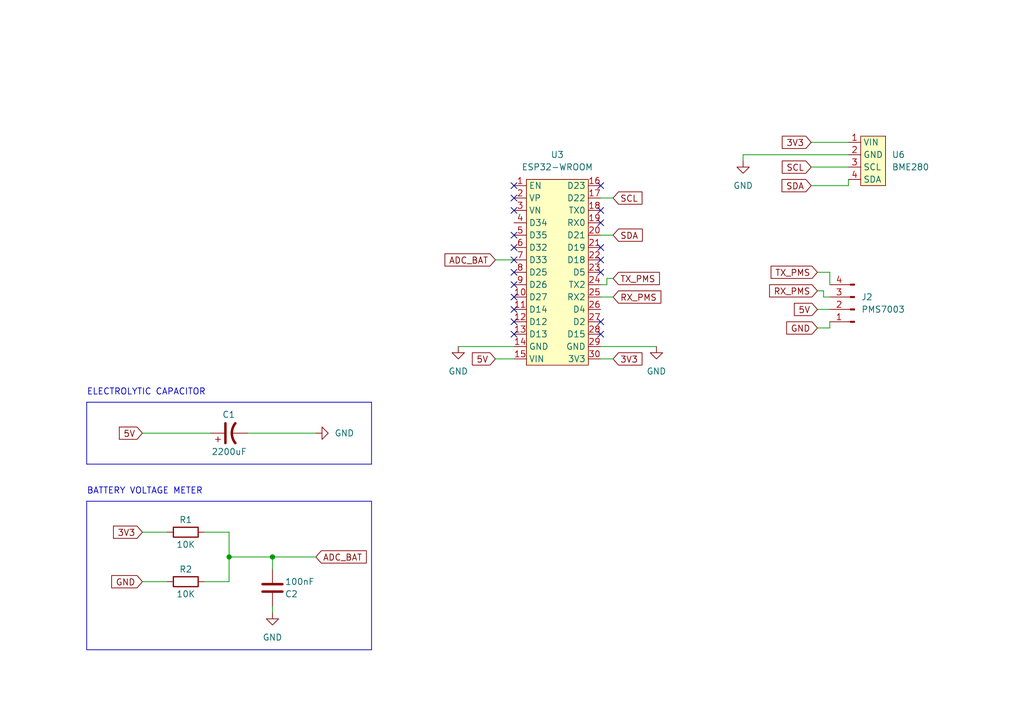
<source format=kicad_sch>
(kicad_sch (version 20230121) (generator eeschema)
  (paper "A5")
  (title_block (title "Meteo Station") (date "2022-01-24") (rev "1.0") (company "Author: alicja.space"))
  (lib_symbols
    (symbol "Connector:Conn_01x04_Pin" (pin_names (offset 1.016) hide)
      (property "Reference" "J" (at 0 5.08 0))
      (property "Value" "Conn_01x04_Pin" (at 0 -7.62 0))
      (symbol "Conn_01x04_Pin_1_1"
        (polyline (pts (xy 1.27 -5.08) (xy 0.8636 -5.08)) (stroke (width 0.1524)))
        (polyline (pts (xy 1.27 -2.54) (xy 0.8636 -2.54)) (stroke (width 0.1524)))
        (polyline (pts (xy 1.27 0) (xy 0.8636 0)) (stroke (width 0.1524)))
        (polyline (pts (xy 1.27 2.54) (xy 0.8636 2.54)) (stroke (width 0.1524)))
        (rectangle (start 0.8636 -4.953) (end 0 -5.207) (stroke (width 0.1524)) (fill (type outline)))
        (rectangle (start 0.8636 -2.413) (end 0 -2.667) (stroke (width 0.1524)) (fill (type outline)))
        (rectangle (start 0.8636 0.127) (end 0 -0.127) (stroke (width 0.1524)) (fill (type outline)))
        (rectangle (start 0.8636 2.667) (end 0 2.413) (stroke (width 0.1524)) (fill (type outline)))
        (pin passive line (at 5.08 2.54 180) (length 3.81) (name "Pin_1") (number "1"))
        (pin passive line (at 5.08 0 180) (length 3.81) (name "Pin_2") (number "2"))
        (pin passive line (at 5.08 -2.54 180) (length 3.81) (name "Pin_3") (number "3"))
        (pin passive line (at 5.08 -5.08 180) (length 3.81) (name "Pin_4") (number "4"))
      )
    )
    (symbol "Device:C" (pin_numbers hide) (pin_names (offset 0.254))
      (property "Reference" "C" (at 0.635 2.54 0))
      (property "Value" "C" (at 0.635 -2.54 0))
      (symbol "C_0_1"
        (polyline (pts (xy -2.032 -0.762) (xy 2.032 -0.762)) (stroke (width 0.508)))
        (polyline (pts (xy -2.032 0.762) (xy 2.032 0.762)) (stroke (width 0.508)))
      )
      (symbol "C_1_1"
        (pin passive line (at 0 3.81 270) (length 2.794) (name "~") (number "1"))
        (pin passive line (at 0 -3.81 90) (length 2.794) (name "~") (number "2"))
      )
    )
    (symbol "Device:C_Polarized_US" (pin_numbers hide) (pin_names (offset 0.254) hide)
      (property "Reference" "C" (at 0.635 2.54 0))
      (property "Value" "C_Polarized_US" (at 0.635 -2.54 0))
      (symbol "C_Polarized_US_0_1"
        (polyline (pts (xy -2.032 0.762) (xy 2.032 0.762)) (stroke (width 0.508)))
        (polyline (pts (xy -1.778 2.286) (xy -0.762 2.286)))
        (polyline (pts (xy -1.27 1.778) (xy -1.27 2.794)))
        (arc (start 2.032 -1.27) (mid 0 -0.5572) (end -2.032 -1.27) (stroke (width 0.508)))
      )
      (symbol "C_Polarized_US_1_1"
        (pin passive line (at 0 3.81 270) (length 2.794) (name "~") (number "1"))
        (pin passive line (at 0 -3.81 90) (length 3.302) (name "~") (number "2"))
      )
    )
    (symbol "Device:R" (pin_numbers hide) (pin_names (offset 0))
      (property "Reference" "R" (at 2.032 0 90))
      (property "Value" "R" (at 0 0 90))
      (symbol "R_0_1"
        (rectangle (start -1.016 -2.54) (end 1.016 2.54) (stroke (width 0.254)))
      )
      (symbol "R_1_1"
        (pin passive line (at 0 3.81 270) (length 1.27) (name "~") (number "1"))
        (pin passive line (at 0 -3.81 90) (length 1.27) (name "~") (number "2"))
      )
    )
    (symbol "meteo_station_symbols:BME280"
      (property "Reference" "U" (at 0 7.62 0))
      (property "Value" "BME280" (at 0 5.08 0))
      (symbol "BME280_0_1"
        (rectangle (start -2.54 2.54) (end 2.54 -7.62) (fill (type background)))
      )
      (symbol "BME280_1_1"
        (pin power_in line (at 5.08 1.27 180) (length 2.54) (name "VIN") (number "1"))
        (pin power_in line (at 5.08 -1.27 180) (length 2.54) (name "GND") (number "2"))
        (pin bidirectional line (at 5.08 -3.81 180) (length 2.54) (name "SCL") (number "3"))
        (pin bidirectional line (at 5.08 -6.35 180) (length 2.54) (name "SDA") (number "4"))
      )
    )
    (symbol "meteo_station_symbols:ESP32-WROOM"
      (property "Reference" "U" (at 0 12.7 0))
      (property "Value" "ESP32-WROOM" (at 0 10.16 0))
      (symbol "ESP32-WROOM_0_1"
        (rectangle (start -6.35 6.35) (end 6.35 -31.75) (fill (type background)))
      )
      (symbol "ESP32-WROOM_1_1"
        (pin bidirectional line (at -8.89 5.08 0) (length 2.54) (name "EN") (number "1"))
        (pin bidirectional line (at -8.89 -17.78 0) (length 2.54) (name "D27") (number "10"))
        (pin bidirectional line (at -8.89 -20.32 0) (length 2.54) (name "D14") (number "11"))
        (pin bidirectional line (at -8.89 -22.86 0) (length 2.54) (name "D12") (number "12"))
        (pin bidirectional line (at -8.89 -25.4 0) (length 2.54) (name "D13") (number "13"))
        (pin passive line (at -8.89 -27.94 0) (length 2.54) (name "GND") (number "14"))
        (pin passive line (at -8.89 -30.48 0) (length 2.54) (name "VIN") (number "15"))
        (pin bidirectional line (at 8.89 5.08 180) (length 2.54) (name "D23") (number "16"))
        (pin bidirectional line (at 8.89 2.54 180) (length 2.54) (name "D22") (number "17"))
        (pin bidirectional line (at 8.89 0 180) (length 2.54) (name "TX0") (number "18"))
        (pin bidirectional line (at 8.89 -2.54 180) (length 2.54) (name "RX0") (number "19"))
        (pin bidirectional line (at -8.89 2.54 0) (length 2.54) (name "VP") (number "2"))
        (pin bidirectional line (at 8.89 -5.08 180) (length 2.54) (name "D21") (number "20"))
        (pin bidirectional line (at 8.89 -7.62 180) (length 2.54) (name "D19") (number "21"))
        (pin bidirectional line (at 8.89 -10.16 180) (length 2.54) (name "D18") (number "22"))
        (pin bidirectional line (at 8.89 -12.7 180) (length 2.54) (name "D5") (number "23"))
        (pin bidirectional line (at 8.89 -15.24 180) (length 2.54) (name "TX2") (number "24"))
        (pin bidirectional line (at 8.89 -17.78 180) (length 2.54) (name "RX2") (number "25"))
        (pin bidirectional line (at 8.89 -20.32 180) (length 2.54) (name "D4") (number "26"))
        (pin bidirectional line (at 8.89 -22.86 180) (length 2.54) (name "D2") (number "27"))
        (pin bidirectional line (at 8.89 -25.4 180) (length 2.54) (name "D15") (number "28"))
        (pin power_in line (at 8.89 -27.94 180) (length 2.54) (name "GND") (number "29"))
        (pin bidirectional line (at -8.89 0 0) (length 2.54) (name "VN") (number "3"))
        (pin power_out line (at 8.89 -30.48 180) (length 2.54) (name "3V3") (number "30"))
        (pin bidirectional line (at -8.89 -2.54 0) (length 2.54) (name "D34") (number "4"))
        (pin bidirectional line (at -8.89 -5.08 0) (length 2.54) (name "D35") (number "5"))
        (pin bidirectional line (at -8.89 -7.62 0) (length 2.54) (name "D32") (number "6"))
        (pin bidirectional line (at -8.89 -10.16 0) (length 2.54) (name "D33") (number "7"))
        (pin bidirectional line (at -8.89 -12.7 0) (length 2.54) (name "D25") (number "8"))
        (pin bidirectional line (at -8.89 -15.24 0) (length 2.54) (name "D26") (number "9"))
      )
    )
    (symbol "power:GND" (power) (pin_names (offset 0))
      (property "Value" "GND" (at 0 -3.81 0))
      (symbol "GND_0_1"
        (polyline (pts (xy 0 0) (xy 0 -1.27) (xy 1.27 -1.27) (xy 0 -2.54) (xy -1.27 -1.27) (xy 0 -1.27)))
      )
      (symbol "GND_1_1"
        (pin power_in line (at 0 0 270) (length 0) hide (name "GND") (number "1"))
      )
    )
  )
  (junction (at 46.99 114.3))
  (junction (at 55.88 114.3))
  (no_connect (at 123.19 50.8))
  (no_connect (at 123.19 38.1))
  (no_connect (at 105.41 38.1))
  (no_connect (at 123.19 45.72))
  (no_connect (at 123.19 43.18))
  (no_connect (at 105.41 63.5))
  (no_connect (at 105.41 55.88))
  (no_connect (at 105.41 58.42))
  (no_connect (at 105.41 60.96))
  (no_connect (at 105.41 66.04))
  (no_connect (at 123.19 66.04))
  (no_connect (at 123.19 55.88))
  (no_connect (at 123.19 53.34))
  (no_connect (at 105.41 53.34))
  (no_connect (at 105.41 68.58))
  (no_connect (at 105.41 40.64))
  (no_connect (at 105.41 43.18))
  (no_connect (at 105.41 48.26))
  (no_connect (at 105.41 50.8))
  (no_connect (at 123.19 68.58))
  (wire (pts (xy 168.91 59.69) (xy 168.91 60.96)))
  (wire (pts (xy 167.64 59.69) (xy 168.91 59.69)))
  (wire (pts (xy 50.8 88.9) (xy 64.77 88.9)))
  (wire (pts (xy 123.19 48.26) (xy 125.73 48.26)))
  (wire (pts (xy 166.37 29.21) (xy 173.99 29.21)))
  (wire (pts (xy 124.46 58.42) (xy 123.19 58.42)))
  (wire (pts (xy 167.64 67.31) (xy 170.18 67.31)))
  (wire (pts (xy 167.64 63.5) (xy 170.18 63.5)))
  (wire (pts (xy 55.88 114.3) (xy 64.77 114.3)))
  (wire (pts (xy 123.19 71.12) (xy 134.62 71.12)))
  (wire (pts (xy 124.46 57.15) (xy 124.46 58.42)))
  (wire (pts (xy 46.99 109.22) (xy 46.99 114.3)))
  (wire (pts (xy 55.88 124.46) (xy 55.88 125.73)))
  (wire (pts (xy 166.37 34.29) (xy 173.99 34.29)))
  (wire (pts (xy 123.19 73.66) (xy 125.73 73.66)))
  (polyline (pts (xy 76.2 133.35) (xy 76.2 102.87)))
  (polyline (pts (xy 17.78 95.25) (xy 76.2 95.25)))
  (polyline (pts (xy 17.78 102.87) (xy 76.2 102.87)))
  (wire (pts (xy 46.99 119.38) (xy 41.91 119.38)))
  (wire (pts (xy 101.6 73.66) (xy 105.41 73.66)))
  (wire (pts (xy 41.91 109.22) (xy 46.99 109.22)))
  (wire (pts (xy 125.73 57.15) (xy 124.46 57.15)))
  (wire (pts (xy 166.37 38.1) (xy 173.99 38.1)))
  (polyline (pts (xy 17.78 102.87) (xy 17.78 133.35)))
  (polyline (pts (xy 17.78 133.35) (xy 76.2 133.35)))
  (wire (pts (xy 29.21 88.9) (xy 43.18 88.9)))
  (wire (pts (xy 152.4 31.75) (xy 152.4 33.02)))
  (polyline (pts (xy 76.2 95.25) (xy 76.2 82.55)))
  (wire (pts (xy 123.19 60.96) (xy 125.73 60.96)))
  (wire (pts (xy 173.99 38.1) (xy 173.99 36.83)))
  (wire (pts (xy 170.18 55.88) (xy 170.18 58.42)))
  (wire (pts (xy 101.6 53.34) (xy 105.41 53.34)))
  (wire (pts (xy 170.18 67.31) (xy 170.18 66.04)))
  (wire (pts (xy 46.99 114.3) (xy 55.88 114.3)))
  (wire (pts (xy 123.19 40.64) (xy 125.73 40.64)))
  (polyline (pts (xy 17.78 82.55) (xy 17.78 95.25)))
  (wire (pts (xy 29.21 109.22) (xy 34.29 109.22)))
  (wire (pts (xy 55.88 114.3) (xy 55.88 116.84)))
  (wire (pts (xy 46.99 114.3) (xy 46.99 119.38)))
  (polyline (pts (xy 17.78 82.55) (xy 76.2 82.55)))
  (wire (pts (xy 93.98 71.12) (xy 105.41 71.12)))
  (wire (pts (xy 173.99 31.75) (xy 152.4 31.75)))
  (wire (pts (xy 167.64 55.88) (xy 170.18 55.88)))
  (wire (pts (xy 29.21 119.38) (xy 34.29 119.38)))
  (wire (pts (xy 168.91 60.96) (xy 170.18 60.96)))
  (text "ELECTROLYTIC CAPACITOR" (at 17.78 81.28 0) (effects (font (size 1.27 1.27)) (justify left bottom)))
  (text "BATTERY VOLTAGE METER" (at 17.78 101.6 0) (effects (font (size 1.27 1.27)) (justify left bottom)))
  (global_label "TX_PMS" (shape input) (at 125.73 57.15 0) (property "Intersheetrefs" "${INTERSHEET_REFS}" (effects hide)))
  (global_label "RX_PMS" (shape input) (at 167.64 59.69 180) (property "Intersheetrefs" "${INTERSHEET_REFS}" (effects hide)))
  (global_label "GND" (shape input) (at 167.64 67.31 180) (property "Intersheetrefs" "${INTERSHEET_REFS}" (effects hide)))
  (global_label "SDA" (shape input) (at 166.37 38.1 180) (property "Intersheetrefs" "${INTERSHEET_REFS}" (effects hide)))
  (global_label "5V" (shape input) (at 29.21 88.9 180) (property "Intersheetrefs" "${INTERSHEET_REFS}" (effects hide)))
  (global_label "3V3" (shape input) (at 29.21 109.22 180) (property "Intersheetrefs" "${INTERSHEET_REFS}" (effects hide)))
  (global_label "RX_PMS" (shape input) (at 125.73 60.96 0) (property "Intersheetrefs" "${INTERSHEET_REFS}" (effects hide)))
  (global_label "3V3" (shape input) (at 166.37 29.21 180) (property "Intersheetrefs" "${INTERSHEET_REFS}" (effects hide)))
  (global_label "5V" (shape input) (at 101.6 73.66 180) (property "Intersheetrefs" "${INTERSHEET_REFS}" (effects hide)))
  (global_label "TX_PMS" (shape input) (at 167.64 55.88 180) (property "Intersheetrefs" "${INTERSHEET_REFS}" (effects hide)))
  (global_label "SDA" (shape input) (at 125.73 48.26 0) (property "Intersheetrefs" "${INTERSHEET_REFS}" (effects hide)))
  (global_label "SCL" (shape input) (at 125.73 40.64 0) (property "Intersheetrefs" "${INTERSHEET_REFS}" (effects hide)))
  (global_label "5V" (shape input) (at 167.64 63.5 180) (property "Intersheetrefs" "${INTERSHEET_REFS}" (effects hide)))
  (global_label "GND" (shape input) (at 29.21 119.38 180) (property "Intersheetrefs" "${INTERSHEET_REFS}" (effects hide)))
  (global_label "SCL" (shape input) (at 166.37 34.29 180) (property "Intersheetrefs" "${INTERSHEET_REFS}" (effects hide)))
  (global_label "3V3" (shape input) (at 125.73 73.66 0) (property "Intersheetrefs" "${INTERSHEET_REFS}" (effects hide)))
  (global_label "ADC_BAT" (shape input) (at 64.77 114.3 0) (property "Intersheetrefs" "${INTERSHEET_REFS}" (effects hide)))
  (global_label "ADC_BAT" (shape input) (at 101.6 53.34 180) (property "Intersheetrefs" "${INTERSHEET_REFS}" (effects hide)))
  (symbol (lib_id "Device:R") (at 38.1 119.38 270) (unit 1)
    (property "Reference" "R2" (at 38.1 116.84 90))
    (property "Value" "10K" (at 38.1 121.92 90))
    (property "Footprint" "Resistor_THT:R_Axial_DIN0207_L6.3mm_D2.5mm_P10.16mm_Horizontal" (effects hide))
  )
  (symbol (lib_id "power:GND") (at 134.62 71.12 0) (unit 1)
    (property "Reference" "#PWR08" (effects hide))
    (property "Value" "GND" (at 134.62 76.2 0))
  )
  (symbol (lib_id "Device:C_Polarized_US") (at 46.99 88.9 90) (unit 1)
    (property "Reference" "C1" (at 48.26 85.09 90) (effects (justify left)))
    (property "Value" "2200uF" (at 46.99 92.71 90))
    (property "Footprint" "Capacitor_THT:CP_Radial_D10.0mm_P5.00mm" (effects hide))
  )
  (symbol (lib_id "power:GND") (at 152.4 33.02 0) (unit 1)
    (property "Reference" "#PWR012" (effects hide))
    (property "Value" "GND" (at 152.4 38.1 0))
  )
  (symbol (lib_id "power:GND") (at 93.98 71.12 0) (unit 1)
    (property "Reference" "#PWR05" (effects hide))
    (property "Value" "GND" (at 93.98 76.2 0))
  )
  (symbol (lib_id "Device:C") (at 55.88 120.65 0) (unit 1)
    (property "Reference" "C2" (at 58.42 121.92 0) (effects (justify left)))
    (property "Value" "100nF" (at 58.42 119.38 0) (effects (justify left)))
    (property "Footprint" "Capacitor_THT:C_Disc_D5.0mm_W2.5mm_P2.50mm" (effects hide))
  )
  (symbol (lib_id "meteo_station_symbols:ESP32-WROOM") (at 114.3 43.18 0) (unit 1)
    (property "Reference" "U3" (at 114.3 31.75 0))
    (property "Value" "ESP32-WROOM" (at 114.3 34.29 0))
    (property "Footprint" "meteo_station_footprints:ESP32-WROOM" (effects hide))
  )
  (symbol (lib_id "power:GND") (at 64.77 88.9 90) (unit 1)
    (property "Reference" "#PWR02" (effects hide))
    (property "Value" "GND" (at 68.58 88.8999 90) (effects (justify right)))
  )
  (symbol (lib_id "Connector:Conn_01x04_Pin") (at 175.26 63.5 180) (unit 1)
    (property "Reference" "J2" (at 177.8 60.96 0))
    (property "Value" "PMS7003 " (at 181.61 63.5 0))
    (property "Footprint" "Connector_PinHeader_2.54mm:PinHeader_1x04_P2.54mm_Horizontal" (effects hide))
  )
  (symbol (lib_id "power:GND") (at 55.88 125.73 0) (unit 1)
    (property "Reference" "#PWR01" (effects hide))
    (property "Value" "GND" (at 55.88 130.81 0))
  )
  (symbol (lib_id "meteo_station_symbols:BME280") (at 179.07 30.48 0) (mirror y) (unit 1)
    (property "Reference" "U6" (at 182.88 31.7499 0) (effects (justify right)))
    (property "Value" "BME280" (at 182.88 34.2899 0) (effects (justify right)))
    (property "Footprint" "meteo_station_footprints:BME280" (effects hide))
  )
  (symbol (lib_id "Device:R") (at 38.1 109.22 270) (unit 1)
    (property "Reference" "R1" (at 38.1 106.68 90))
    (property "Value" "10K" (at 38.1 111.76 90))
    (property "Footprint" "Resistor_THT:R_Axial_DIN0207_L6.3mm_D2.5mm_P10.16mm_Horizontal" (effects hide))
  )
)
</source>
